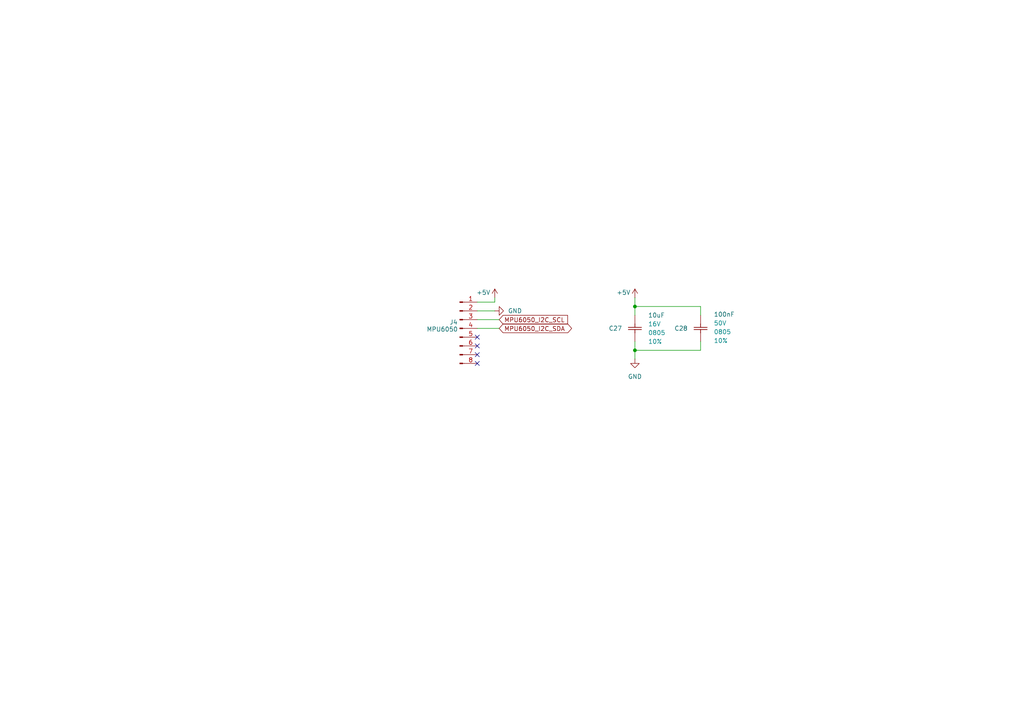
<source format=kicad_sch>
(kicad_sch (version 20250114) (generator "eeschema") (generator_version "9.0")
  (paper "A4")
  (title_block (title "IMU") (date "2025-06-30"))
  (lib_symbols
    (symbol "automative_hexapod:Ceramic_Cap_0805_100nF_50V" (pin_numbers (hide yes)) (pin_names (hide yes))
      (property "Reference" "C" (at -1.524 2.794 0))
      (property "Value" "100nF" (at 0.508 -3.556 0))
      (property "Value 2" "50V" (at -0.762 -5.334 0))
      (property "Value 3" "0805" (at 0 -7.112 0))
      (property "Value 4" "10%" (at -0.508 -8.89 0))
      (symbol "Ceramic_Cap_0805_100nF_50V_1_1"
        (polyline (pts (xy -1.27 0) (xy -0.3302 0)) (stroke (width 0.2032)))
        (polyline (pts (xy -0.3302 -1.905) (xy -0.3302 1.905)) (stroke (width 0.2032)))
        (polyline (pts (xy 0.3048 0) (xy 1.27 0)) (stroke (width 0.2032)))
        (polyline (pts (xy 0.3048 -1.905) (xy 0.3048 1.905)) (stroke (width 0.2032)))
        (pin unspecified line (at -3.81 0 0) (length 2.54) (name "") (number "1"))
        (pin unspecified line (at 3.81 0 180) (length 2.54) (name "") (number "2"))
      )
    )
    (symbol "automative_hexapod:Ceramic_Cap_0805_10uF_16V" (pin_numbers (hide yes)) (pin_names (hide yes))
      (property "Reference" "C" (at -1.524 2.794 0))
      (property "Value" "10uF" (at 0.762 -3.048 0))
      (property "Value 2" "16V" (at 0.254 -4.826 0))
      (property "Value 3" "0805" (at 1.016 -6.604 0))
      (property "Value 4" "10%" (at 0.508 -8.382 0))
      (symbol "Ceramic_Cap_0805_10uF_16V_1_1"
        (polyline (pts (xy -1.27 0) (xy -0.3302 0)) (stroke (width 0.2032)))
        (polyline (pts (xy -0.3302 -1.905) (xy -0.3302 1.905)) (stroke (width 0.2032)))
        (polyline (pts (xy 0.3048 0) (xy 1.27 0)) (stroke (width 0.2032)))
        (polyline (pts (xy 0.3048 -1.905) (xy 0.3048 1.905)) (stroke (width 0.2032)))
        (pin unspecified line (at -3.81 0 0) (length 2.54) (name "") (number "1"))
        (pin unspecified line (at 3.81 0 180) (length 2.54) (name "") (number "2"))
      )
    )
    (symbol "automative_hexapod:MPU6050" (pin_names (offset 1.016) (hide yes))
      (property "Reference" "J" (at 0 10.16 0))
      (property "Value" "MPU6050" (at 0 -12.7 0))
      (symbol "MPU6050_1_1"
        (rectangle (start 0.8636 7.747) (end 0 7.493) (stroke (width 0.1524)) (fill (type outline)))
        (rectangle (start 0.8636 5.207) (end 0 4.953) (stroke (width 0.1524)) (fill (type outline)))
        (rectangle (start 0.8636 2.667) (end 0 2.413) (stroke (width 0.1524)) (fill (type outline)))
        (rectangle (start 0.8636 0.127) (end 0 -0.127) (stroke (width 0.1524)) (fill (type outline)))
        (rectangle (start 0.8636 -2.413) (end 0 -2.667) (stroke (width 0.1524)) (fill (type outline)))
        (rectangle (start 0.8636 -4.953) (end 0 -5.207) (stroke (width 0.1524)) (fill (type outline)))
        (rectangle (start 0.8636 -7.493) (end 0 -7.747) (stroke (width 0.1524)) (fill (type outline)))
        (rectangle (start 0.8636 -10.033) (end 0 -10.287) (stroke (width 0.1524)) (fill (type outline)))
        (polyline (pts (xy 1.27 7.62) (xy 0.8636 7.62)) (stroke (width 0.1524)))
        (polyline (pts (xy 1.27 5.08) (xy 0.8636 5.08)) (stroke (width 0.1524)))
        (polyline (pts (xy 1.27 2.54) (xy 0.8636 2.54)) (stroke (width 0.1524)))
        (polyline (pts (xy 1.27 0) (xy 0.8636 0)) (stroke (width 0.1524)))
        (polyline (pts (xy 1.27 -2.54) (xy 0.8636 -2.54)) (stroke (width 0.1524)))
        (polyline (pts (xy 1.27 -5.08) (xy 0.8636 -5.08)) (stroke (width 0.1524)))
        (polyline (pts (xy 1.27 -7.62) (xy 0.8636 -7.62)) (stroke (width 0.1524)))
        (polyline (pts (xy 1.27 -10.16) (xy 0.8636 -10.16)) (stroke (width 0.1524)))
        (pin passive line (at 5.08 7.62 180) (length 3.81) (name "Pin_1") (number "1"))
        (pin passive line (at 5.08 5.08 180) (length 3.81) (name "Pin_2") (number "2"))
        (pin passive line (at 5.08 2.54 180) (length 3.81) (name "Pin_3") (number "3"))
        (pin passive line (at 5.08 0 180) (length 3.81) (name "Pin_4") (number "4"))
        (pin passive line (at 5.08 -2.54 180) (length 3.81) (name "Pin_5") (number "5"))
        (pin passive line (at 5.08 -5.08 180) (length 3.81) (name "Pin_6") (number "6"))
        (pin passive line (at 5.08 -7.62 180) (length 3.81) (name "Pin_7") (number "7"))
        (pin passive line (at 5.08 -10.16 180) (length 3.81) (name "Pin_8") (number "8"))
      )
    )
    (symbol "power:+5V" (power) (pin_numbers (hide yes)) (pin_names (offset 0) (hide yes))
      (property "Value" "+5V" (at 0 3.556 0))
      (symbol "+5V_0_1"
        (polyline (pts (xy -0.762 1.27) (xy 0 2.54)))
        (polyline (pts (xy 0 2.54) (xy 0.762 1.27)))
        (polyline (pts (xy 0 0) (xy 0 2.54)))
      )
      (symbol "+5V_1_1"
        (pin power_in line (at 0 0 90) (length 0) (name "~") (number "1"))
      )
    )
    (symbol "power:GND" (power) (pin_numbers (hide yes)) (pin_names (offset 0) (hide yes))
      (property "Value" "GND" (at 0 -3.81 0))
      (symbol "GND_0_1"
        (polyline (pts (xy 0 0) (xy 0 -1.27) (xy 1.27 -1.27) (xy 0 -2.54) (xy -1.27 -1.27) (xy 0 -1.27)))
      )
      (symbol "GND_1_1"
        (pin power_in line (at 0 0 270) (length 0) (name "~") (number "1"))
      )
    )
  )
  (junction (at 184.15 88.9))
  (junction (at 184.15 101.6))
  (no_connect (at 138.43 100.33))
  (no_connect (at 138.43 102.87))
  (no_connect (at 138.43 97.79))
  (no_connect (at 138.43 105.41))
  (wire (pts (xy 138.43 92.71) (xy 144.78 92.71)))
  (wire (pts (xy 203.2 88.9) (xy 184.15 88.9)))
  (wire (pts (xy 184.15 99.06) (xy 184.15 101.6)))
  (wire (pts (xy 143.51 87.63) (xy 138.43 87.63)))
  (wire (pts (xy 203.2 101.6) (xy 203.2 99.06)))
  (wire (pts (xy 184.15 101.6) (xy 184.15 104.14)))
  (wire (pts (xy 184.15 88.9) (xy 184.15 91.44)))
  (wire (pts (xy 203.2 91.44) (xy 203.2 88.9)))
  (wire (pts (xy 184.15 101.6) (xy 203.2 101.6)))
  (wire (pts (xy 184.15 86.36) (xy 184.15 88.9)))
  (wire (pts (xy 138.43 90.17) (xy 143.51 90.17)))
  (wire (pts (xy 138.43 95.25) (xy 144.78 95.25)))
  (wire (pts (xy 143.51 86.36) (xy 143.51 87.63)))
  (global_label "MPU6050_I2C_SDA" (shape bidirectional) (at 144.78 95.25 0) (property "Intersheetrefs" "${INTERSHEET_REFS}" (effects (hide yes))))
  (global_label "MPU6050_I2C_SCL" (shape input) (at 144.78 92.71 0) (property "Intersheetrefs" "${INTERSHEET_REFS}" (effects (hide yes))))
  (symbol (lib_id "power:+5V") (at 143.51 86.36 0) (unit 1)
    (property "Reference" "#PWR083" (effects (hide yes)))
    (property "Value" "+5V" (at 140.208 84.836 0))
    (property "Description" "Power symbol creates a global label with name \"+5V\"" (effects (hide yes)))
  )
  (symbol (lib_id "automative_hexapod:MPU6050") (at 133.35 95.25 0) (unit 1)
    (property "Reference" "J4" (at 131.572 93.472 0))
    (property "Value" "MPU6050" (at 128.27 95.504 0))
    (property "Footprint" "automative_hexapod:MPU6050" (effects (hide yes)))
    (property "Description" "Header for MPU6050" (effects (hide yes)))
    (property "Supply Name" "Thegioiic" (effects (hide yes)))
    (property "Supply Part Number" "Hàng Rào Đực Đơn 2.54mm 40 Chân 1 Hàng Cao 11.2mm Xuyên Lỗ" (effects (hide yes)))
    (property "Supply URL" "https://www.Thegioiic.com/hang-rao-duc-don-2-54mm-40-chan-1-hang-cao-11-2mm-xuyen-lo" (effects (hide yes)))
  )
  (symbol (lib_id "power:GND") (at 143.51 90.17 90) (unit 1)
    (property "Reference" "#PWR084" (effects (hide yes)))
    (property "Value" "GND" (at 147.32 90.1699 90) (effects (justify right)))
    (property "Description" "Power symbol creates a global label with name \"GND\" , ground" (effects (hide yes)))
  )
  (symbol (lib_id "power:GND") (at 184.15 104.14 0) (unit 1)
    (property "Reference" "#PWR086" (effects (hide yes)))
    (property "Value" "GND" (at 184.15 109.22 0))
    (property "Description" "Power symbol creates a global label with name \"GND\" , ground" (effects (hide yes)))
  )
  (symbol (lib_id "power:+5V") (at 184.15 86.36 0) (unit 1)
    (property "Reference" "#PWR085" (effects (hide yes)))
    (property "Value" "+5V" (at 180.848 84.836 0))
    (property "Description" "Power symbol creates a global label with name \"+5V\"" (effects (hide yes)))
  )
  (symbol (lib_id "automative_hexapod:Ceramic_Cap_0805_100nF_50V") (at 203.2 95.25 90) (unit 1)
    (property "Reference" "C28" (at 195.58 95.25 90) (effects (justify right)))
    (property "Value" "100nF" (at 207.01 91.186 90) (effects (justify right)))
    (property "Footprint" "automative_hexapod:Ceramic_Cap_0805" (effects (hide yes)))
    (property "Description" "10%, 0805 (2012 Metric)" (effects (hide yes)))
    (property "Value 2" "50V" (at 207.01 93.726 90) (effects (justify right)))
    (property "Value 3" "0805" (at 207.01 96.266 90) (effects (justify right)))
    (property "Value 4" "10%" (at 207.01 98.806 90) (effects (justify right)))
    (property "Supply Name" "Thegioiic" (effects (hide yes)))
    (property "Supply Part Number" "Tụ Gốm 0805 100nF (0.1uF) 50V" (effects (hide yes)))
    (property "Supply URL" "https://www.Thegioiic.com/tu-gom-0805-100nf-0-1uf-50v" (effects (hide yes)))
  )
  (symbol (lib_id "automative_hexapod:Ceramic_Cap_0805_10uF_16V") (at 184.15 95.25 90) (unit 1)
    (property "Reference" "C27" (at 176.53 95.25 90) (effects (justify right)))
    (property "Value" "10uF" (at 187.96 91.44 90) (effects (justify right)))
    (property "Footprint" "automative_hexapod:Ceramic_Cap_0805" (effects (hide yes)))
    (property "Description" "10%, 0805 (2012 Metric)" (effects (hide yes)))
    (property "Value 2" "16V" (at 187.96 93.98 90) (effects (justify right)))
    (property "Value 3" "0805" (at 187.96 96.52 90) (effects (justify right)))
    (property "Value 4" "10%" (at 187.96 99.06 90) (effects (justify right)))
    (property "Supply Name" "Thegioiic" (effects (hide yes)))
    (property "Supply Part Number" "Tụ Gốm 0805 10uF 16V" (effects (hide yes)))
    (property "Supply URL" "https://www.Thegioiic.com/tu-gom-0805-10uf-16v" (effects (hide yes)))
  )
)
</source>
